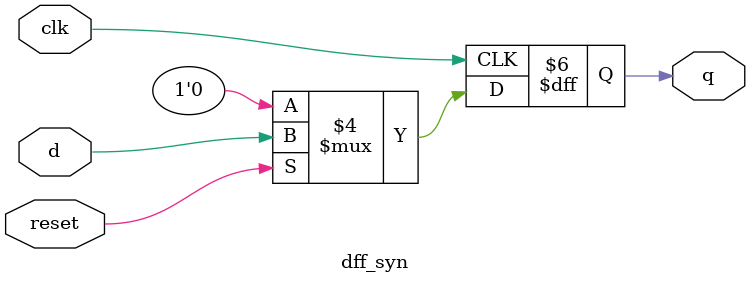
<source format=v>
`timescale 1ns / 1ps


module dff_syn(
    input wire d,
    input wire clk,
    input wire reset,
    output reg q
    );
    always@(posedge clk)begin
        if(!reset)begin
            q<=0;
        end
        else begin
            q<=d;
        end
    end
endmodule
</source>
